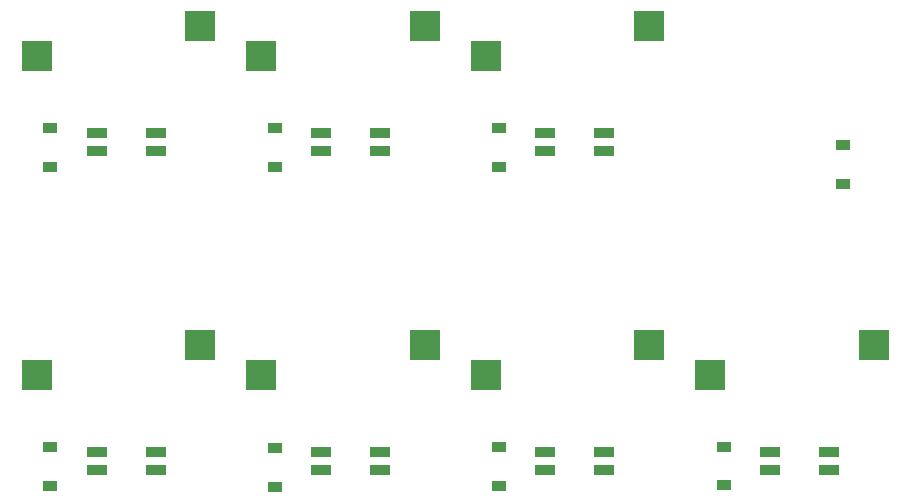
<source format=gbr>
%TF.GenerationSoftware,KiCad,Pcbnew,(5.1.10)-1*%
%TF.CreationDate,2021-12-07T13:13:35+09:00*%
%TF.ProjectId,MACRO-PAD-v0.1,4d414352-4f2d-4504-9144-2d76302e312e,rev?*%
%TF.SameCoordinates,Original*%
%TF.FileFunction,Paste,Bot*%
%TF.FilePolarity,Positive*%
%FSLAX46Y46*%
G04 Gerber Fmt 4.6, Leading zero omitted, Abs format (unit mm)*
G04 Created by KiCad (PCBNEW (5.1.10)-1) date 2021-12-07 13:13:35*
%MOMM*%
%LPD*%
G01*
G04 APERTURE LIST*
%ADD10R,1.800000X0.820000*%
%ADD11R,2.550000X2.500000*%
%ADD12R,1.200000X0.900000*%
G04 APERTURE END LIST*
D10*
%TO.C,U7*%
X113197000Y-127053000D03*
X113197000Y-128553000D03*
X118197000Y-128553000D03*
X118197000Y-127053000D03*
D11*
X108137000Y-120563000D03*
X121987000Y-118023000D03*
%TD*%
D10*
%TO.C,U6*%
X94197000Y-127053000D03*
X94197000Y-128553000D03*
X99197000Y-128553000D03*
X99197000Y-127053000D03*
D11*
X89137000Y-120563000D03*
X102987000Y-118023000D03*
%TD*%
D10*
%TO.C,U5*%
X75197000Y-127053000D03*
X75197000Y-128553000D03*
X80197000Y-128553000D03*
X80197000Y-127053000D03*
D11*
X70137000Y-120563000D03*
X83987000Y-118023000D03*
%TD*%
D10*
%TO.C,U4*%
X56197000Y-127053000D03*
X56197000Y-128553000D03*
X61197000Y-128553000D03*
X61197000Y-127053000D03*
D11*
X51137000Y-120563000D03*
X64987000Y-118023000D03*
%TD*%
D10*
%TO.C,U3*%
X94197000Y-100053000D03*
X94197000Y-101553000D03*
X99197000Y-101553000D03*
X99197000Y-100053000D03*
D11*
X89137000Y-93563000D03*
X102987000Y-91023000D03*
%TD*%
D10*
%TO.C,U2*%
X75197000Y-100053000D03*
X75197000Y-101553000D03*
X80197000Y-101553000D03*
X80197000Y-100053000D03*
D11*
X70137000Y-93563000D03*
X83987000Y-91023000D03*
%TD*%
D10*
%TO.C,U1*%
X56197000Y-100053000D03*
X56197000Y-101553000D03*
X61197000Y-101553000D03*
X61197000Y-100053000D03*
D11*
X51137000Y-93563000D03*
X64987000Y-91023000D03*
%TD*%
D12*
%TO.C,D8*%
X119400000Y-101100000D03*
X119400000Y-104400000D03*
%TD*%
%TO.C,D7*%
X109300000Y-126600000D03*
X109300000Y-129900000D03*
%TD*%
%TO.C,D6*%
X90300000Y-126650000D03*
X90300000Y-129950000D03*
%TD*%
%TO.C,D5*%
X71300000Y-126700000D03*
X71300000Y-130000000D03*
%TD*%
%TO.C,D4*%
X52300000Y-126650000D03*
X52300000Y-129950000D03*
%TD*%
%TO.C,D3*%
X90300000Y-99650000D03*
X90300000Y-102950000D03*
%TD*%
%TO.C,D2*%
X71300000Y-99600000D03*
X71300000Y-102900000D03*
%TD*%
%TO.C,D1*%
X52300000Y-99650000D03*
X52300000Y-102950000D03*
%TD*%
M02*

</source>
